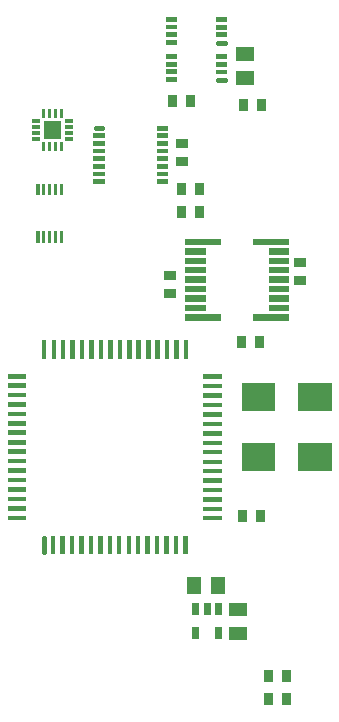
<source format=gbr>
G04 start of page 8 for group -4015 idx -4015
G04 Title: (unknown), toppaste *
G04 Creator: pcb 20070912 *
G04 CreationDate: Mon May 19 07:55:49 2008 UTC *
G04 For: sean *
G04 Format: Gerber/RS-274X *
G04 PCB-Dimensions: 132000 290000 *
G04 PCB-Coordinate-Origin: lower left *
%MOIN*%
%FSLAX24Y24*%
%LNFRONTPASTE*%
%ADD12C,0.0200*%
%ADD23R,0.0110X0.0110*%
%ADD24R,0.0118X0.0118*%
%ADD25C,0.0160*%
%ADD26R,0.0160X0.0160*%
%ADD27R,0.0300X0.0300*%
%ADD28R,0.0945X0.0945*%
%ADD29R,0.0450X0.0450*%
%ADD30R,0.0150X0.0150*%
%ADD31R,0.0216X0.0216*%
%ADD32R,0.0240X0.0240*%
%ADD33C,0.0150*%
G54D27*X10740Y4710D02*Y4610D01*
X11340Y4710D02*Y4610D01*
G54D29*X9890Y25400D02*X10030D01*
X9890Y24600D02*X10030D01*
X9670Y6870D02*X9810D01*
X9670Y6070D02*X9810D01*
G54D31*X8085Y19129D02*X9050D01*
X8085Y18814D02*X8538D01*
X8085Y18499D02*X8538D01*
X8085Y18185D02*X8538D01*
X8085Y17870D02*X8538D01*
X8085Y17555D02*X8538D01*
X8085Y17240D02*X8538D01*
X8085Y16925D02*X8538D01*
X8085Y16610D02*X9050D01*
X10349D02*X11313D01*
X10861Y16925D02*X11313D01*
X10861Y17240D02*X11313D01*
X10861Y17555D02*X11313D01*
X10861Y17870D02*X11313D01*
X10860Y18185D02*X11313D01*
X10861Y18499D02*X11313D01*
X10861Y18814D02*X11313D01*
X10349Y19129D02*X11313D01*
G54D29*X9070Y7750D02*Y7610D01*
X8270Y7750D02*Y7610D01*
G54D32*X8310Y6980D02*Y6820D01*
X8700Y6980D02*Y6820D01*
X9090Y6980D02*Y6820D01*
Y6160D02*Y6000D01*
X8310Y6160D02*Y6000D01*
G54D27*X7410Y17410D02*X7510D01*
X7410Y18010D02*X7510D01*
X11750Y17830D02*X11850D01*
X11750Y18430D02*X11850D01*
G54D25*X9070Y24530D02*X9290D01*
G54D26*X9070Y24790D02*X9290D01*
X9070Y25040D02*X9290D01*
X9070Y25300D02*X9290D01*
X7400Y25310D02*X7620D01*
X7400Y25050D02*X7620D01*
X7400Y24800D02*X7620D01*
X7400Y24540D02*X7620D01*
G54D27*X7530Y23870D02*Y23770D01*
X8130Y23870D02*Y23770D01*
X7850Y20930D02*Y20830D01*
X8450Y20930D02*Y20830D01*
G54D24*X3054Y19438D02*Y19163D01*
X3250Y19438D02*Y19163D01*
X3447Y19438D02*Y19163D01*
X3644Y19438D02*Y19163D01*
X3841Y19438D02*Y19163D01*
Y21013D02*Y20738D01*
X3644Y21013D02*Y20738D01*
X3447Y21013D02*Y20738D01*
X3250Y21013D02*Y20738D01*
X3054Y21013D02*Y20738D01*
G54D25*X9070Y25770D02*X9290D01*
G54D26*X9070Y26030D02*X9290D01*
X9070Y26280D02*X9290D01*
X9070Y26540D02*X9290D01*
X7400Y26550D02*X7620D01*
X7400Y26290D02*X7620D01*
X7400Y26040D02*X7620D01*
X7400Y25780D02*X7620D01*
G54D28*X10326Y11955D02*X10483D01*
X12216D02*X12373D01*
X10326Y13963D02*X10483D01*
X12216D02*X12373D01*
G54D27*X9920Y23740D02*Y23640D01*
X10520Y23740D02*Y23640D01*
G54D33*X3260Y9260D02*Y8800D01*
G54D30*X3570Y9260D02*Y8800D01*
X3880Y9260D02*Y8800D01*
X4200Y9260D02*Y8800D01*
X4510Y9260D02*Y8800D01*
X4830Y9260D02*Y8800D01*
X5140Y9260D02*Y8800D01*
X5460Y9260D02*Y8800D01*
X5770Y9260D02*Y8800D01*
X6090Y9260D02*Y8800D01*
X6400Y9260D02*Y8800D01*
X6720Y9260D02*Y8800D01*
X7030Y9260D02*Y8800D01*
X7350Y9260D02*Y8800D01*
X7660Y9260D02*Y8800D01*
X7980Y9260D02*Y8800D01*
X8650Y9920D02*X9110D01*
X8650Y10230D02*X9110D01*
X8650Y10540D02*X9110D01*
X8650Y10860D02*X9110D01*
X8650Y11170D02*X9110D01*
X8650Y11490D02*X9110D01*
X8650Y11800D02*X9110D01*
X8650Y12120D02*X9110D01*
X8650Y12430D02*X9110D01*
X8650Y12750D02*X9110D01*
X8650Y13060D02*X9110D01*
X8650Y13380D02*X9110D01*
X8650Y13690D02*X9110D01*
X8650Y14010D02*X9110D01*
X8650Y14320D02*X9110D01*
X8650Y14640D02*X9110D01*
X7990Y15770D02*Y15310D01*
X7680Y15770D02*Y15310D01*
X7370Y15770D02*Y15310D01*
X7050Y15770D02*Y15310D01*
X6740Y15770D02*Y15310D01*
X6420Y15770D02*Y15310D01*
X6110Y15770D02*Y15310D01*
X5790Y15770D02*Y15310D01*
X5480Y15770D02*Y15310D01*
X5160Y15770D02*Y15310D01*
X4850Y15770D02*Y15310D01*
X4530Y15770D02*Y15310D01*
X4220Y15770D02*Y15310D01*
X3900Y15770D02*Y15310D01*
X3590Y15770D02*Y15310D01*
X3270Y15770D02*Y15310D01*
X2140Y14650D02*X2600D01*
X2140Y14340D02*X2600D01*
X2140Y14030D02*X2600D01*
X2140Y13710D02*X2600D01*
X2140Y13400D02*X2600D01*
X2140Y13080D02*X2600D01*
X2140Y12770D02*X2600D01*
X2140Y12450D02*X2600D01*
X2140Y12140D02*X2600D01*
X2140Y11820D02*X2600D01*
X2140Y11510D02*X2600D01*
X2140Y11190D02*X2600D01*
X2140Y10880D02*X2600D01*
X2140Y10560D02*X2600D01*
X2140Y10250D02*X2600D01*
X2140Y9930D02*X2600D01*
G54D25*X4990Y22930D02*X5210D01*
G54D26*X4990Y22670D02*X5210D01*
X4990Y22420D02*X5210D01*
X4990Y22160D02*X5210D01*
X4990Y21900D02*X5210D01*
X4990Y21650D02*X5210D01*
X4990Y21390D02*X5210D01*
X4990Y21140D02*X5210D01*
X7110Y21130D02*X7330D01*
X7110Y21390D02*X7330D01*
X7110Y21640D02*X7330D01*
X7110Y21900D02*X7330D01*
X7110Y22160D02*X7330D01*
X7110Y22410D02*X7330D01*
X7110Y22670D02*X7330D01*
X7110Y22920D02*X7330D01*
G54D27*X10740Y3950D02*Y3850D01*
X11340Y3950D02*Y3850D01*
X7860Y20170D02*Y20070D01*
X8460Y20170D02*Y20070D01*
X10460Y15850D02*Y15750D01*
X9860Y15850D02*Y15750D01*
X7810Y22410D02*X7910D01*
X7810Y21810D02*X7910D01*
G54D23*X3254Y22391D02*Y22226D01*
X3451Y22391D02*Y22226D01*
X3648Y22391D02*Y22226D01*
X3845Y22391D02*Y22226D01*
X4018Y22564D02*X4183D01*
X4018Y22761D02*X4183D01*
X4018Y22958D02*X4183D01*
X4018Y23155D02*X4183D01*
X3845Y23493D02*Y23328D01*
X3648Y23493D02*Y23328D01*
X3451Y23493D02*Y23328D01*
X3254Y23493D02*Y23328D01*
X2916Y23155D02*X3081D01*
X2916Y22958D02*X3081D01*
X2916Y22761D02*X3081D01*
X2916Y22564D02*X3081D01*
G54D12*G36*
X3254Y23155D02*Y22564D01*
X3845D01*
Y23155D01*
X3254D01*
G37*
G54D27*X10490Y10050D02*Y9950D01*
X9890Y10050D02*Y9950D01*
M02*

</source>
